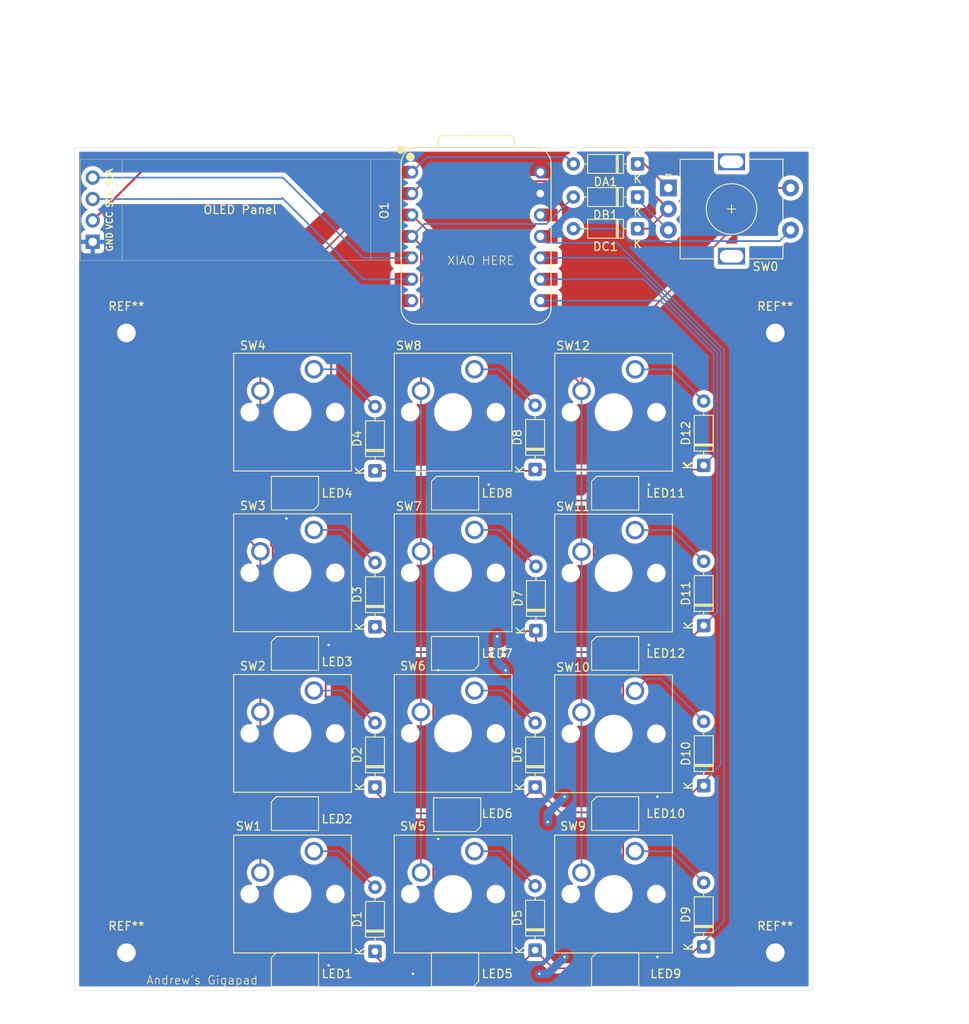
<source format=kicad_pcb>
(kicad_pcb (version 20241229) (generator "pcbnew") (generator_version "9.0")
  (layers (0 "F.Cu" signal) (2 "B.Cu" signal) (13 "F.Paste" user) (15 "B.Paste" user) (5 "F.SilkS" user "F.Silkscreen") (7 "B.SilkS" user "B.Silkscreen") (1 "F.Mask" user) (3 "B.Mask" user) (25 "Edge.Cuts" user))
  (net 0 "")
  (net 1 "GND")
  (net 2 "+5V")
  (net 3 "Net-(D1-K)")
  (net 4 "Net-(D1-A)")
  (net 5 "Net-(D2-A)")
  (net 6 "Net-(D3-A)")
  (net 7 "Net-(D4-A)")
  (net 9 "Net-(O1-Pin_3)")
  (net 10 "Net-(O1-Pin_4)")
  (net 12 "Net-(DA1-A)")
  (net 13 "Net-(D10-K)")
  (net 14 "Net-(D11-K)")
  (net 15 "Net-(D12-K)")
  (net 16 "Net-(D5-A)")
  (net 17 "Net-(D6-A)")
  (net 18 "Net-(D7-A)")
  (net 19 "Net-(D8-A)")
  (net 20 "Net-(D9-A)")
  (net 21 "Net-(D10-A)")
  (net 22 "Net-(D11-A)")
  (net 23 "Net-(D12-A)")
  (net 24 "Net-(DA1-K)")
  (net 25 "Net-(DB1-A)")
  (net 26 "Net-(DC1-K)")
  (net 27 "Net-(DB1-K)")
  (net 28 "Net-(DC1-A)")
  (net 29 "Net-(U1-GPIO28{slash}ADC2{slash}A2)")
  (net 30 "Net-(LED1-DIN)")
  (net 31 "Net-(LED1-DOUT)")
  (net 32 "Net-(LED5-DOUT)")
  (net 33 "Net-(LED6-DOUT)")
  (net 34 "Net-(LED7-DOUT)")
  (net 35 "Net-(LED10-DIN)")
  (net 36 "Net-(LED10-DOUT)")
  (net 37 "Net-(LED11-DIN)")
  (net 39 "Net-(LED11-DOUT)")
  (net 40 "Net-(LED2-DIN)")
  (net 41 "Net-(LED3-DIN)")
  (net 42 "Net-(LED4-DIN)")
  (footprint "Diode_THT:D_DO-35_SOD27_P7.62mm_Horizontal" (layer "F.Cu") (at 139.5 133.85 90)
    (property "Reference" "D6")
    (property "Value" "1N4148WT")
  )
  (footprint "Button_Switch_Keyboard:SW_Cherry_MX_1.00u_PCB" (layer "F.Cu") (at 132.3 84.31)
    (property "Reference" "SW8")
    (property "Value" "SW_Push" (hide yes))
  )
  (footprint "Diode_THT:D_DO-35_SOD27_P7.62mm_Horizontal" (layer "F.Cu") (at 159.5 133.7 90)
    (property "Reference" "D10")
    (property "Value" "1N4148WT")
  )
  (footprint "MountingHole:MountingHole_2.2mm_M2" (layer "F.Cu") (at 168 153.5)
    (property "Reference" "REF**")
    (property "Value" "MountingHole_2.2mm_M2")
  )
  (footprint "LED_SMD:LED_SK6812MINI_PLCC4_3.5x3.5mm_P1.75mm" (layer "F.Cu") (at 111 137 180)
    (property "Reference" "LED2")
    (property "Value" "SK6812MINI" (hide yes))
  )
  (footprint "LED_SMD:LED_SK6812MINI_PLCC4_3.5x3.5mm_P1.75mm" (layer "F.Cu") (at 149 155.5 180)
    (property "Reference" "LED9")
    (property "Value" "SK6812MINI" (hide yes))
  )
  (footprint "Rotary_Encoder:RotaryEncoder_Alps_EC11E-Switch_Vertical_H20mm" (layer "F.Cu") (at 155.31 62.8)
    (property "Reference" "SW0")
    (property "Value" "RotaryEncoder_Switch" (hide yes))
  )
  (footprint "Diode_THT:D_DO-35_SOD27_P7.62mm_Horizontal" (layer "F.Cu") (at 151.66 67.64 180)
    (property "Reference" "DC1")
    (property "Value" "1N4148WT" (hide yes))
  )
  (footprint "Diode_THT:D_DO-35_SOD27_P7.62mm_Horizontal" (layer "F.Cu") (at 159.5 114.7 90)
    (property "Reference" "D11")
    (property "Value" "1N4148WT")
  )
  (footprint "Diode_THT:D_DO-35_SOD27_P7.62mm_Horizontal" (layer "F.Cu") (at 151.66 63.88 180)
    (property "Reference" "DB1")
    (property "Value" "1N4148WT" (hide yes))
  )
  (footprint "LED_SMD:LED_SK6812MINI_PLCC4_3.5x3.5mm_P1.75mm" (layer "F.Cu") (at 130 99 180)
    (property "Reference" "LED8")
    (property "Value" "SK6812MINI" (hide yes))
  )
  (footprint "Diode_THT:D_DO-35_SOD27_P7.62mm_Horizontal" (layer "F.Cu") (at 159.5 152.8 90)
    (property "Reference" "D9")
    (property "Value" "1N4148WT")
  )
  (footprint "Diode_THT:D_DO-35_SOD27_P7.62mm_Horizontal" (layer "F.Cu") (at 139.5 153.2 90)
    (property "Reference" "D5")
    (property "Value" "1N4148WT")
  )
  (footprint "MountingHole:MountingHole_2.2mm_M2" (layer "F.Cu") (at 91 80)
    (property "Reference" "REF**")
    (property "Value" "MountingHole_2.2mm_M2")
  )
  (footprint "LED_SMD:LED_SK6812MINI_PLCC4_3.5x3.5mm_P1.75mm" (layer "F.Cu") (at 130 155.5)
    (property "Reference" "LED5")
    (property "Value" "SK6812MINI" (hide yes))
  )
  (footprint "Button_Switch_Keyboard:SW_Cherry_MX_1.00u_PCB" (layer "F.Cu") (at 113.25 84.31)
    (property "Reference" "SW4")
    (property "Value" "SW_Push" (hide yes))
  )
  (footprint "Diode_THT:D_DO-35_SOD27_P7.62mm_Horizontal" (layer "F.Cu") (at 139.6 115.3 90)
    (property "Reference" "D7")
    (property "Value" "1N4148WT")
  )
  (footprint "Button_Switch_Keyboard:SW_Cherry_MX_1.00u_PCB" (layer "F.Cu") (at 151.35 141.46)
    (property "Reference" "SW9")
    (property "Value" "SW_Push" (hide yes))
  )
  (footprint "Button_Switch_Keyboard:SW_Cherry_MX_1.00u_PCB" (layer "F.Cu") (at 113.25 122.41)
    (property "Reference" "SW2")
    (property "Value" "SW_Push" (hide yes))
  )
  (footprint "LED_SMD:LED_SK6812MINI_PLCC4_3.5x3.5mm_P1.75mm" (layer "F.Cu") (at 111 118 180)
    (property "Reference" "LED3")
    (property "Value" "SK6812MINI" (hide yes))
  )
  (footprint "LED_SMD:LED_SK6812MINI_PLCC4_3.5x3.5mm_P1.75mm" (layer "F.Cu") (at 149 118 180)
    (property "Reference" "LED12")
    (property "Value" "SK6812MINI" (hide yes))
  )
  (footprint "Diode_THT:D_DO-35_SOD27_P7.62mm_Horizontal" (layer "F.Cu") (at 159.5 95.7 90)
    (property "Reference" "D12")
    (property "Value" "1N4148WT")
  )
  (footprint "Diode_THT:D_DO-35_SOD27_P7.62mm_Horizontal" (layer "F.Cu") (at 120.5 96.35 90)
    (property "Reference" "D4")
    (property "Value" "1N4148WT")
  )
  (footprint "Button_Switch_Keyboard:SW_Cherry_MX_1.00u_PCB" (layer "F.Cu") (at 151.35 122.45)
    (property "Reference" "SW10")
    (property "Value" "SW_Push" (hide yes))
  )
  (footprint "Button_Switch_Keyboard:SW_Cherry_MX_1.00u_PCB" (layer "F.Cu") (at 151.36 84.32)
    (property "Reference" "SW12")
    (property "Value" "SW_Push" (hide yes))
  )
  (footprint "LED_SMD:LED_SK6812MINI_PLCC4_3.5x3.5mm_P1.75mm" (layer "F.Cu") (at 130 118)
    (property "Reference" "LED7")
    (property "Value" "SK6812MINI" (hide yes))
  )
  (footprint "Button_Switch_Keyboard:SW_Cherry_MX_1.00u_PCB" (layer "F.Cu") (at 113.25 141.46)
    (property "Reference" "SW1")
    (property "Value" "SW_Push" (hide yes))
  )
  (footprint "Diode_THT:D_DO-35_SOD27_P7.62mm_Horizontal" (layer "F.Cu") (at 120.5 114.85 90)
    (property "Reference" "D3")
    (property "Value" "1N4148WT")
  )
  (footprint "LED_SMD:LED_SK6812MINI_PLCC4_3.5x3.5mm_P1.75mm" (layer "F.Cu") (at 130.25 137.125)
    (property "Reference" "LED6")
    (property "Value" "SK6812MINI" (hide yes))
  )
  (footprint "KiCad-SSD1306-0.91-OLED-4pin-128x32.pretty-master:SSD1306-0.91-OLED-4pin-128x32" (layer "F.Cu") (at 123.5 71.385 180)
    (property "Reference" "O1")
    (property "Value" "OLED")
  )
  (footprint "LED_SMD:LED_SK6812MINI_PLCC4_3.5x3.5mm_P1.75mm" (layer "F.Cu") (at 111 99)
    (property "Reference" "LED4")
    (property "Value" "SK6812MINI" (hide yes))
  )
  (footprint "Diode_THT:D_DO-35_SOD27_P7.62mm_Horizontal" (layer "F.Cu") (at 120.5 133.85 90)
    (property "Reference" "D2")
    (property "Value" "1N4148WT")
  )
  (footprint "Diode_THT:D_DO-35_SOD27_P7.62mm_Horizontal" (layer "F.Cu") (at 139.5 96.2 90)
    (property "Reference" "D8")
    (property "Value" "1N4148WT")
  )
  (footprint "Diode_THT:D_DO-35_SOD27_P7.62mm_Horizontal" (layer "F.Cu") (at 120.5 153.35 90)
    (property "Reference" "D1")
    (property "Value" "1N4148WT")
  )
  (footprint "Button_Switch_Keyboard:SW_Cherry_MX_1.00u_PCB" (layer "F.Cu") (at 132.3 103.36)
    (property "Reference" "SW7")
    (property "Value" "SW_Push" (hide yes))
  )
  (footprint "LED_SMD:LED_SK6812MINI_PLCC4_3.5x3.5mm_P1.75mm" (layer "F.Cu") (at 111 155.5 180)
    (property "Reference" "LED1")
    (property "Value" "SK6812MINI" (hide yes))
  )
  (footprint "Button_Switch_Keyboard:SW_Cherry_MX_1.00u_PCB" (layer "F.Cu") (at 151.35 103.39)
    (property "Reference" "SW11")
    (property "Value" "SW_Push" (hide yes))
  )
  (footprint "Diode_THT:D_DO-35_SOD27_P7.62mm_Horizontal" (layer "F.Cu") (at 151.66 59.95 180)
    (property "Reference" "DA1")
    (property "Value" "1N4148WT" (hide yes))
  )
  (footprint "Seeed Studio XIAO Series Library:XIAO-RP2040-DIP" (layer "F.Cu") (at 132.5 68.5485)
    (property "Reference" "U1" (hide yes))
    (property "Value" "XIAO-RP2040-DIP")
  )
  (footprint "LED_SMD:LED_SK6812MINI_PLCC4_3.5x3.5mm_P1.75mm" (layer "F.Cu") (at 149 137 180)
    (property "Reference" "LED10")
    (property "Value" "SK6812MINI" (hide yes))
  )
  (footprint "MountingHole:MountingHole_2.2mm_M2" (layer "F.Cu") (at 168 80)
    (property "Reference" "REF**")
    (property "Value" "MountingHole_2.2mm_M2")
  )
  (footprint "Button_Switch_Keyboard:SW_Cherry_MX_1.00u_PCB" (layer "F.Cu") (at 132.3 122.41)
    (property "Reference" "SW6")
    (property "Value" "SW_Push" (hide yes))
  )
  (footprint "LED_SMD:LED_SK6812MINI_PLCC4_3.5x3.5mm_P1.75mm" (layer "F.Cu") (at 149 99 180)
    (property "Reference" "LED11")
    (property "Value" "SK6812MINI" (hide yes))
  )
  (footprint "Button_Switch_Keyboard:SW_Cherry_MX_1.00u_PCB" (layer "F.Cu") (at 113.25 103.36)
    (property "Reference" "SW3")
    (property "Value" "SW_Push" (hide yes))
  )
  (footprint "MountingHole:MountingHole_2.2mm_M2" (layer "F.Cu") (at 91 153.5)
    (property "Reference" "REF**")
    (property "Value" "MountingHole_2.2mm_M2")
  )
  (footprint "Button_Switch_Keyboard:SW_Cherry_MX_1.00u_PCB" (layer "F.Cu") (at 132.3 141.46)
    (property "Reference" "SW5")
    (property "Value" "SW_Push" (hide yes))
  )
  (gr_rect (start 84.89 58) (end 172.45 158) (stroke (width 0.05)) (fill no) (layer "Edge.Cuts"))
  (gr_text "Andrew's Gigapad" (at 93.3 157.34 0) (layer "F.SilkS") (effects (font (size 1 1) (thickness 0.1)) (justify left bottom)))
  (gr_text "XIAO HERE" (at 129 72 0) (layer "F.SilkS") (effects (font (size 1 1) (thickness 0.1)) (justify left bottom)))
  (gr_text "K" (at 157.6 95.7 90) (layer "F.SilkS") (effects (font (size 1 1))))
  (segment (start 113 137) (end 115 137) (width 0.2) (layer "F.Cu") (net 1))
  (segment (start 112.75 136.75) (end 113 137) (width 0.2) (layer "F.Cu") (net 1))
  (segment (start 125.375 156.375) (end 125 156) (width 0.2) (layer "F.Cu") (net 1))
  (segment (start 152.875 98.125) (end 153 98) (width 0.2) (layer "F.Cu") (net 1))
  (segment (start 128 120) (end 128.25 119.75) (width 0.2) (layer "F.Cu") (net 1))
  (segment (start 112.75 154.625) (end 114.625 154.625) (width 0.2) (layer "F.Cu") (net 1))
  (segment (start 152.875 117.125) (end 153 117) (width 0.2) (layer "F.Cu") (net 1))
  (segment (start 150.75 98.125) (end 152.875 98.125) (width 0.2) (layer "F.Cu") (net 1))
  (segment (start 114.875 117.125) (end 115 117) (width 0.2) (layer "F.Cu") (net 1))
  (segment (start 150.875 136.125) (end 151 136) (width 0.2) (layer "F.Cu") (net 1))
  (segment (start 150.75 154.625) (end 153.375 154.625) (width 0.2) (layer "F.Cu") (net 1))
  (segment (start 153.375 154.625) (end 154 154) (width 0.2) (layer "F.Cu") (net 1))
  (segment (start 150.75 117.125) (end 152.875 117.125) (width 0.2) (layer "F.Cu") (net 1))
  (segment (start 131.75 98.125) (end 133.875 98.125) (width 0.2) (layer "F.Cu") (net 1))
  (segment (start 109.25 99.875) (end 109.25 101.25) (width 0.2) (layer "F.Cu") (net 1))
  (segment (start 150.75 136.125) (end 150.875 136.125) (width 0.2) (layer "F.Cu") (net 1))
  (segment (start 153 136) (end 154 135) (width 0.2) (layer "F.Cu") (net 1))
  (segment (start 128.25 119.75) (end 128.25 118.875) (width 0.2) (layer "F.Cu") (net 1))
  (segment (start 128.25 156.375) (end 125.375 156.375) (width 0.2) (layer "F.Cu") (net 1))
  (segment (start 133.875 98.125) (end 134 98) (width 0.2) (layer "F.Cu") (net 1))
  (segment (start 151 136) (end 153 136) (width 0.2) (layer "F.Cu") (net 1))
  (segment (start 114.625 154.625) (end 115 155) (width 0.2) (layer "F.Cu") (net 1))
  (segment (start 109.25 101.25) (end 110 102) (width 0.2) (layer "F.Cu") (net 1))
  (segment (start 112.75 136.125) (end 112.75 136.75) (width 0.2) (layer "F.Cu") (net 1))
  (segment (start 115 137) (end 116 138) (width 0.2) (layer "F.Cu") (net 1))
  (segment (start 112.75 117.125) (end 114.875 117.125) (width 0.2) (layer "F.Cu") (net 1))
  (segment (start 128.5 138) (end 128 138) (width 0.2) (layer "F.Cu") (net 1))
  (segment (start 128 138) (end 128 140) (width 0.2) (layer "F.Cu") (net 1))
  (via (at 110 102) (size 0.6) (drill 0.3) (layers "F.Cu" "B.Cu") (net 1))
  (via (at 128 120) (size 0.6) (drill 0.3) (layers "F.Cu" "B.Cu") (net 1))
  (via (at 116 138) (size 0.6) (drill 0.3) (layers "F.Cu" "B.Cu") (net 1))
  (via (at 154 135) (size 0.6) (drill 0.3) (layers "F.Cu" "B.Cu") (net 1))
  (via (at 134 98) (size 0.6) (drill 0.3) (layers "F.Cu" "B.Cu") (net 1))
  (via (at 153 117) (size 0.6) (drill 0.3) (layers "F.Cu" "B.Cu") (net 1))
  (via (at 115 155) (size 0.6) (drill 0.3) (layers "F.Cu" "B.Cu") (net 1))
  (via (at 128 140) (size 0.6) (drill 0.3) (layers "F.Cu" "B.Cu") (net 1))
  (via (at 153 98) (size 0.6) (drill 0.3) (layers "F.Cu" "B.Cu") (net 1))
  (via (at 125 156) (size 0.6) (drill 0.3) (layers "F.Cu" "B.Cu") (net 1))
  (via (at 154 154) (size 0.6) (drill 0.3) (layers "F.Cu" "B.Cu") (net 1))
  (via (at 115 117) (size 0.6) (drill 0.3) (layers "F.Cu" "B.Cu") (net 1))
  (segment (start 144 134) (end 143 135) (width 1) (layer "F.Cu") (net 2))
  (segment (start 144 133) (end 144 134) (width 1) (layer "F.Cu") (net 2))
  (segment (start 87 66.655) (end 94.655 59) (width 0.254) (layer "F.Cu") (net 2))
  (segment (start 137 59) (end 138.9285 60.9285) (width 0.254) (layer "F.Cu") (net 2))
  (segment (start 135 115) (end 135 116) (width 1) (layer "F.Cu") (net 2))
  (segment (start 134 114) (end 135 115) (width 1) (layer "F.Cu") (net 2))
  (segment (start 144 153) (end 143 154) (width 1) (layer "F.Cu") (net 2))
  (segment (start 94.655 59) (end 137 59) (width 0.254) (layer "F.Cu") (net 2))
  (segment (start 138.9285 60.9285) (end 140.12 60.9285) (width 0.254) (layer "F.Cu") (net 2))
  (via (at 136 120) (size 0.6) (drill 0.3) (layers "F.Cu" "B.Cu") (net 2))
  (via (at 141 138) (size 0.6) (drill 0.3) (layers "F.Cu" "B.Cu") (net 2))
  (via (at 143 154) (size 0.6) (drill 0.3) (layers "F.Cu" "B.Cu") (net 2))
  (via (at 135 116) (size 0.6) (drill 0.3) (layers "F.Cu" "B.Cu") (net 2))
  (via (at 143 135) (size 0.6) (drill 0.3) (layers "F.Cu" "B.Cu") (net 2))
  (via (at 140 156) (size 0.6) (drill 0.3) (layers "F.Cu" "B.Cu") (net 2))
  (segment (start 143 154) (end 141 156) (width 1) (layer "B.Cu") (net 2))
  (segment (start 135 119) (end 136 120) (width 1) (layer "B.Cu") (net 2))
  (segment (start 141 156) (end 140 156) (width 1) (layer "B.Cu") (net 2))
  (segment (start 135 116) (end 135 119) (width 1) (layer "B.Cu") (net 2))
  (segment (start 141 137) (end 141 138) (width 1) (layer "B.Cu") (net 2))
  (segment (start 143 135) (end 141 137) (width 1) (layer "B.Cu") (net 2))
  (segment (start 141.651 155.351) (end 156.349 155.351) (width 0.2) (layer "F.Cu") (net 3))
  (segment (start 120.5 153.85) (end 122.001 155.351) (width 0.2) (layer "F.Cu") (net 3))
  (segment (start 120.5 153.35) (end 120.5 153.85) (width 0.2) (layer "F.Cu") (net 3))
  (segment (start 139.5 153.2) (end 141.651 155.351) (width 0.2) (layer "F.Cu") (net 3))
  (segment (start 158.9 152.8) (end 159.5 152.8) (width 0.2) (layer "F.Cu") (net 3))
  (segment (start 156.349 155.351) (end 158.9 152.8) (width 0.2) (layer "F.Cu") (net 3))
  (segment (start 137.349 155.351) (end 139.5 153.2) (width 0.2) (layer "F.Cu") (net 3))
  (segment (start 122.001 155.351) (end 137.349 155.351) (width 0.2) (layer "F.Cu") (net 3))
  (segment (start 161.904 82.004229) (end 149.21027 69.310499) (width 0.2) (layer "B.Cu") (net 3))
  (segment (start 159.5 152.8) (end 159.5 152.2) (width 0.2) (layer "B.Cu") (net 3))
  (segment (start 159.5 152.2) (end 161.904 149.796) (width 0.2) (layer "B.Cu") (net 3))
  (segment (start 161.904 149.796) (end 161.904 82.004229) (width 0.2) (layer "B.Cu") (net 3))
  (segment (start 149.21027 69.310499) (end 140.881999 69.310499) (width 0.2) (layer "B.Cu") (net 3))
  (segment (start 140.881999 69.310499) (end 140.12 68.5485) (width 0.2) (layer "B.Cu") (net 3))
  (segment (start 116.23 141.46) (end 120.5 145.73) (width 0.2) (layer "B.Cu") (net 4))
  (segment (start 113.25 141.46) (end 116.23 141.46) (width 0.2) (layer "B.Cu") (net 4))
  (segment (start 113.25 122.41) (end 116.68 122.41) (width 0.2) (layer "B.Cu") (net 5))
  (segment (start 116.68 122.41) (end 120.5 126.23) (width 0.2) (layer "B.Cu") (net 5))
  (segment (start 113.25 103.36) (end 116.63 103.36) (width 0.2) (layer "B.Cu") (net 6))
  (segment (start 116.63 103.36) (end 120.5 107.23) (width 0.2) (layer "B.Cu") (net 6))
  (segment (start 116.08 84.31) (end 120.5 88.73) (width 0.2) (layer "B.Cu") (net 7))
  (segment (start 113.25 84.31) (end 116.08 84.31) (width 0.2) (layer "B.Cu") (net 7))
  (segment (start 87 64.115) (end 109.385 64.115) (width 0.2) (layer "B.Cu") (net 9))
  (segment (start 109.385 64.115) (end 109.5 64) (width 0.2) (layer "B.Cu") (net 9))
  (segment (start 119.1285 73.6285) (end 124.88 73.6285) (width 0.2) (layer "B.Cu") (net 9))
  (segment (start 109.5 64) (end 119.1285 73.6285) (width 0.2) (layer "B.Cu") (net 9))
  (segment (start 109.575 61.575) (end 119.0885 71.0885) (width 0.2) (layer "B.Cu") (net 10))
  (segment (start 87 61.575) (end 109.575 61.575) (width 0.2) (layer "B.Cu") (net 10))
  (segment (start 119.0885 71.0885) (end 124.88 71.0885) (width 0.2) (layer "B.Cu") (net 10))
  (segment (start 106.9 90.1) (end 105.3 91.7) (width 0.2) (layer "F.Cu") (net 12))
  (segment (start 106.9 136.75) (end 105.3 138.35) (width 0.2) (layer "F.Cu") (net 12))
  (segment (start 106.9 113) (end 105.3 114.6) (width 0.2) (layer "F.Cu") (net 12))
  (segment (start 106.9 86.85) (end 106.9 77.83087) (width 0.2) (layer "F.Cu") (net 12))
  (segment (start 106.9 86.85) (end 106.9 90.1) (width 0.2) (layer "F.Cu") (net 12))
  (segment (start 105.3 114.6) (end 105.3 119.35) (width 0.2) (layer "F.Cu") (net 12))
  (segment (start 106.9 124.95) (end 106.9 136.75) (width 0.2) (layer "F.Cu") (net 12))
  (segment (start 123.80237 60.9285) (end 124.88 60.9285) (width 0.2) (layer "F.Cu") (net 12))
  (segment (start 106.9 120.95) (end 105.3 119.35) (width 0.2) (layer "F.Cu") (net 12))
  (segment (start 106.9 139.95) (end 105.3 138.35) (width 0.2) (layer "F.Cu") (net 12))
  (segment (start 106.9 124.95) (end 106.9 120.95) (width 0.2) (layer "F.Cu") (net 12))
  (segment (start 105.3 91.7) (end 105.3 104.3) (width 0.2) (layer "F.Cu") (net 12))
  (segment (start 106.9 77.83087) (end 123.80237 60.9285) (width 0.2) (layer "F.Cu") (net 12))
  (segment (start 105.3 104.3) (end 106.9 105.9) (width 0.2) (layer "F.Cu") (net 12))
  (segment (start 106.9 144) (end 106.9 139.95) (width 0.2) (layer "F.Cu") (net 12))
  (segment (start 106.9 105.9) (end 106.9 113) (width 0.2) (layer "F.Cu") (net 12))
  (segment (start 143.240001 59.150001) (end 144.04 59.95) (width 0.2) (layer "B.Cu") (net 12))
  (segment (start 124.88 60.9285) (end 126.658499 59.150001) (width 0.2) (layer "B.Cu") (net 12))
  (segment (start 126.658499 59.150001) (end 143.240001 59.150001) (width 0.2) (layer "B.Cu") (net 12))
  (segment (start 136.374 136.976) (end 139.5 133.85) (width 0.2) (layer "F.Cu") (net 13))
  (segment (start 120.5 134.35) (end 123.126 136.976) (width 0.2) (layer "F.Cu") (net 13))
  (segment (start 123.126 136.976) (end 136.374 136.976) (width 0.2) (layer "F.Cu") (net 13))
  (segment (start 142.501 136.851) (end 139.5 133.85) (width 0.2) (layer "F.Cu") (net 13))
  (segment (start 155.849 136.851) (end 159 133.7) (width 0.2) (layer "F.Cu") (net 13))
  (segment (start 159 133.7) (end 159.5 133.7) (width 0.2) (layer "F.Cu") (net 13))
  (segment (start 155.849 136.851) (end 142.501 136.851) (width 0.2) (layer "F.Cu") (net 13))
  (segment (start 120.5 133.85) (end 120.5 134.35) (width 0.2) (layer "F.Cu") (net 13))
  (segment (start 161.503 82.170329) (end 150.421171 71.0885) (width 0.2) (layer "B.Cu") (net 13))
  (segment (start 161.503 131.197) (end 161.503 82.170329) (width 0.2) (layer "B.Cu") (net 13))
  (segment (start 159.5 133.2) (end 159.5 133.7) (width 0.2) (layer "B.Cu") (net 13))
  (segment (start 150.421171 71.0885) (end 140.12 71.0885) (width 0.2) (layer "B.Cu") (net 13))
  (segment (start 161.503 131.197) (end 159.5 133.2) (width 0.2) (layer "B.Cu") (net 13))
  (segment (start 138.5 115.35) (end 135.999 117.851) (width 0.2) (layer "F.Cu") (net 14))
  (segment (start 141.001 117.851) (end 139.6 116.45) (width 0.2) (layer "F.Cu") (net 14))
  (segment (start 121 114.85) (end 120.5 114.85) (width 0.2) (layer "F.Cu") (net 14))
  (segment (start 124.001 117.851) (end 121 114.85) (width 0.2) (layer "F.Cu") (net 14))
  (segment (start 139.6 116.45) (end 139.6 115.3) (width 0.2) (layer "F.Cu") (net 14))
  (segment (start 135.999 117.851) (end 124.001 117.851) (width 0.2) (layer "F.Cu") (net 14))
  (segment (start 139.55 115.35) (end 138.5 115.35) (width 0.2) (layer "F.Cu") (net 14))
  (segment (start 156.349 117.851) (end 141.001 117.851) (width 0.2) (layer "F.Cu") (net 14))
  (segment (start 139.6 115.3) (end 139.55 115.35) (width 0.2) (layer "F.Cu") (net 14))
  (segment (start 159.5 114.7) (end 156.349 117.851) (width 0.2) (layer "F.Cu") (net 14))
  (segment (start 161.102 82.336429) (end 152.394071 73.6285) (width 0.2) (layer "B.Cu") (net 14))
  (segment (start 159.5 114.7) (end 161.102 113.098) (width 0.2) (layer "B.Cu") (net 14))
  (segment (start 161.102 113.098) (end 161.102 82.336429) (width 0.2) (layer "B.Cu") (net 14))
  (segment (start 152.394071 73.6285) (end 140.12 73.6285) (width 0.2) (layer "B.Cu") (net 14))
  (segment (start 139.35 96.35) (end 139.5 96.2) (width 0.2) (layer "F.Cu") (net 15))
  (segment (start 139.5 96.2) (end 159 96.2) (width 0.2) (layer "F.Cu") (net 15))
  (segment (start 159 96.2) (end 159.5 95.7) (width 0.2) (layer "F.Cu") (net 15))
  (segment (start 120.5 96.35) (end 139.35 96.35) (width 0.2) (layer "F.Cu") (net 15))
  (segment (start 154.366971 76.1685) (end 140.12 76.1685) (width 0.2) (layer "B.Cu") (net 15))
  (segment (start 160.701 94.499) (end 160.701 82.502529) (width 0.2) (layer "B.Cu") (net 15))
  (segment (start 159.5 95.7) (end 160.701 94.499) (width 0.2) (layer "B.Cu") (net 15))
  (segment (start 160.701 82.502529) (end 154.366971 76.1685) (width 0.2) (layer "B.Cu") (net 15))
  (segment (start 132.3 141.46) (end 135.38 141.46) (width 0.2) (layer "B.Cu") (net 16))
  (segment (start 135.38 141.46) (end 139.5 145.58) (width 0.2) (layer "B.Cu") (net 16))
  (segment (start 135.68 122.41) (end 139.5 126.23) (width 0.2) (layer "B.Cu") (net 17))
  (segment (start 132.3 122.41) (end 135.68 122.41) (width 0.2) (layer "B.Cu") (net 17))
  (segment (start 132.3 103.36) (end 135.28 103.36) (width 0.2) (layer "B.Cu") (net 18))
  (segment (start 135.28 103.36) (end 139.6 107.68) (width 0.2) (layer "B.Cu") (net 18))
  (segment (start 132.3 84.31) (end 135.23 84.31) (width 0.2) (layer "B.Cu") (net 19))
  (segment (start 135.23 84.31) (end 139.5 88.58) (width 0.2) (layer "B.Cu") (net 19))
  (segment (start 155.78 141.46) (end 159.5 145.18) (width 0.2) (layer "B.Cu") (net 20))
  (segment (start 151.35 141.46) (end 155.78 141.46) (width 0.2) (layer "B.Cu") (net 20))
  (segment (start 152.8 121) (end 153.5 121) (width 0.2) (layer "B.Cu") (net 21))
  (segment (start 154.42 121) (end 159.5 126.08) (width 0.2) (layer "B.Cu") (net 21))
  (segment (start 151.35 122.45) (end 152.8 121) (width 0.2) (layer "B.Cu") (net 21))
  (segment (start 153.5 121) (end 154.42 121) (width 0.2) (layer "B.Cu") (net 21))
  (segment (start 151.35 103.39) (end 155.81 103.39) (width 0.2) (layer "B.Cu") (net 22))
  (segment (start 155.81 103.39) (end 159.5 107.08) (width 0.2) (layer "B.Cu") (net 22))
  (segment (start 155.74 84.32) (end 159.5 88.08) (width 0.2) (layer "B.Cu") (net 23))
  (segment (start 151.36 84.32) (end 155.74 84.32) (width 0.2) (layer "B.Cu") (net 23))
  (segment (start 151.66 59.95) (end 152.46 59.95) (width 0.2) (layer "F.Cu") (net 24))
  (segment (start 152.46 59.95) (end 155.31 62.8) (width 0.2) (layer "F.Cu") (net 24))
  (segment (start 124.88 68.5485) (end 125.95 69.6185) (width 0.2) (layer "F.Cu") (net 25))
  (segment (start 125.95 69.6185) (end 125.95 86.85) (width 0.2) (layer "F.Cu") (net 25))
  (segment (start 125.95 105.9) (end 125.95 86.85) (width 0.2) (layer "B.Cu") (net 25))
  (segment (start 140.8485 67.0715) (end 126.357 67.0715) (width 0.2) (layer "B.Cu") (net 25))
  (segment (start 125.95 124.95) (end 125.95 105.9) (width 0.2) (layer "B.Cu") (net 25))
  (segment (start 126.357 67.0715) (end 124.88 68.5485) (width 0.2) (layer "B.Cu") (net 25))
  (segment (start 125.95 144) (end 125.95 124.95) (width 0.2) (layer "B.Cu") (net 25))
  (segment (start 144.04 63.88) (end 140.8485 67.0715) (width 0.2) (layer "B.Cu") (net 25))
  (segment (start 152.0015 61.9915) (end 155.31 65.3) (width 0.2) (layer "F.Cu") (net 26))
  (segment (start 126.357 61.9915) (end 152.0015 61.9915) (width 0.2) (layer "F.Cu") (net 26))
  (segment (start 152.97 67.64) (end 155.31 65.3) (width 0.2) (layer "F.Cu") (net 26))
  (segment (start 151.66 67.64) (end 152.97 67.64) (width 0.2) (layer "F.Cu") (net 26))
  (segment (start 124.88 63.4685) (end 126.357 61.9915) (width 0.2) (layer "F.Cu") (net 26))
  (segment (start 151.66 63.88) (end 151.66 64.15) (width 0.2) (layer "B.Cu") (net 27))
  (segment (start 151.66 64.15) (end 155.31 67.8) (width 0.2) (layer "B.Cu") (net 27))
  (segment (start 169.81 67.8) (end 168.509 69.101) (width 0.2) (layer "B.Cu") (net 28))
  (segment (start 150.689 69.101) (end 149.228 67.64) (width 0.2) (layer "B.Cu") (net 28))
  (segment (start 149.228 67.64) (end 144.04 67.64) (width 0.2) (layer "B.Cu") (net 28))
  (segment (start 168.509 69.101) (end 150.689 69.101) (width 0.2) (layer "B.Cu") (net 28))
  (segment (start 167.708 62.8) (end 145.01 85.498) (width 0.2) (layer "F.Cu") (net 29))
  (segment (start 145.01 86.1385) (end 145.01 86.86) (width 0.2) (layer "F.Cu") (net 29))
  (segment (start 145.01 85.498) (end 145.01 86.86) (width 0.2) (layer "F.Cu") (net 29))
  (segment (start 124.88 66.0085) (end 145.01 86.1385) (width 0.2) (layer "F.Cu") (net 29))
  (segment (start 169.81 62.8) (end 167.708 62.8) (width 0.2) (layer "F.Cu") (net 29))
  (segment (start 145 105.93) (end 145 124.99) (width 0.2) (layer "B.Cu") (net 29))
  (segment (start 145 86.87) (end 145.01 86.86) (width 0.2) (layer "B.Cu") (net 29))
  (segment (start 145 105.93) (end 145 86.87) (width 0.2) (layer "B.Cu") (net 29))
  (segment (start 145 124.99) (end 145 144) (width 0.2) (layer "B.Cu") (net 29))
  (segment (start 109.736184 141.238816) (end 113.061 144.563632) (width 0.2) (layer "F.Cu") (net 30))
  (segment (start 113.061 150.814) (end 109.25 154.625) (width 0.2) (layer "F.Cu") (net 30))
  (segment (start 113.061 144.563632) (end 113.061 150.814) (width 0.2) (layer "F.Cu") (net 30))
  (segment (start 112.75 138.225) (end 109.736184 141.238816) (width 0.2) (layer "F.Cu") (net 30))
  (segment (start 112.75 137.875) (end 112.75 138.225) (width 0.2) (layer "F.Cu") (net 30))
  (segment (start 112.75 156.375) (end 113.476 157.101) (width 0.2) (layer "F.Cu") (net 31))
  (segment (start 131.024 157.101) (end 131.75 156.375) (width 0.2) (layer "F.Cu") (net 31))
  (segment (start 113.476 157.101) (end 131.024 157.101) (width 0.2) (layer "F.Cu") (net 31))
  (segment (start 127.409 153.784) (end 127.409 142.591) (width 0.2) (layer "F.Cu") (net 32))
  (segment (start 131.6 138.35) (end 132.3 138.35) (width 0.2) (layer "F.Cu") (net 32))
  (segment (start 127.409 142.591) (end 132 138) (width 0.2) (layer "F.Cu") (net 32))
  (segment (start 128.25 154.625) (end 127.409 153.784) (width 0.2) (layer "F.Cu") (net 32))
  (segment (start 127.409 135.159) (end 128.5 136.25) (width 0.2) (layer "F.Cu") (net 33))
  (segment (start 127.409 123.216) (end 127.409 135.159) (width 0.2) (layer "F.Cu") (net 33))
  (segment (start 131.75 118.875) (end 127.409 123.216) (width 0.2) (layer "F.Cu") (net 33))
  (segment (start 127.409 102.543) (end 127.149 102.283) (width 0.2) (layer "F.Cu") (net 34))
  (segment (start 127.149 102.283) (end 127.149 99.226) (width 0.2) (layer "F.Cu") (net 34))
  (segment (start 128.25 117.125) (end 127.409 116.284) (width 0.2) (layer "F.Cu") (net 34))
  (segment (start 127.149 99.226) (end 128.25 98.125) (width 0.2) (layer "F.Cu") (net 34))
  (segment (start 127.409 116.284) (end 127.409 102.543) (width 0.2) (layer "F.Cu") (net 34))
  (segment (start 150.75 118.875) (end 149.949 119.676) (width 0.2) (layer "F.Cu") (net 35))
  (segment (start 151.161 132.214) (end 147.25 136.125) (width 0.2) (layer "F.Cu") (net 35))
  (segment (start 149.949 125.344184) (end 151.161 126.556184) (width 0.2) (layer "F.Cu") (net 35))
  (segment (start 149.949 119.676) (end 149.949 125.344184) (width 0.2) (layer "F.Cu") (net 35))
  (segment (start 151.161 126.556184) (end 151.161 132.214) (width 0.2) (layer "F.Cu") (net 35))
  (segment (start 149.949 138.676) (end 149.949 144.354184) (width 0.2) (layer "F.Cu") (net 36))
  (segment (start 149.949 144.354184) (end 151.161 145.566184) (width 0.2) (layer "F.Cu") (net 36))
  (segment (start 150.75 137.875) (end 149.949 138.676) (width 0.2) (layer "F.Cu") (net 36))
  (segment (start 151.161 145.566184) (end 151.161 150.714) (width 0.2) (layer "F.Cu") (net 36))
  (segment (start 151.161 150.714) (end 147.25 154.625) (width 0.2) (layer "F.Cu") (net 36))
  (segment (start 145.5 99.875) (end 147.25 98.125) (width 0.2) (layer "F.Cu") (net 37))
  (segment (start 131.75 99.875) (end 145.5 99.875) (width 0.2) (layer "F.Cu") (net 37))
  (segment (start 146.459 116.334) (end 146.459 104.166) (width 0.2) (layer "F.Cu") (net 39))
  (segment (start 147.25 117.125) (end 146.459 116.334) (width 0.2) (layer "F.Cu") (net 39))
  (segment (start 146.459 104.166) (end 150.75 99.875) (width 0.2) (layer "F.Cu") (net 39))
  (segment (start 114.651 120.776) (end 114.651 126.93053) (width 0.2) (layer "F.Cu") (net 40))
  (segment (start 114.651 126.93053) (end 109.25 132.33153) (width 0.2) (layer "F.Cu") (net 40))
  (segment (start 112.75 118.875) (end 114.651 120.776) (width 0.2) (layer "F.Cu") (net 40))
  (segment (start 109.25 132.33153) (end 109.25 136.125) (width 0.2) (layer "F.Cu") (net 40))
  (segment (start 108.149 99.226) (end 108.149 105.167686) (width 0.2) (layer "F.Cu") (net 41))
  (segment (start 108.149 105.167686) (end 108.359 105.377686) (width 0.2) (layer "F.Cu") (net 41))
  (segment (start 109.25 98.125) (end 108.149 99.226) (width 0.2) (layer "F.Cu") (net 41))
  (segment (start 108.359 116.234) (end 109.25 117.125) (width 0.2) (layer "F.Cu") (net 41))
  (segment (start 108.359 105.377686) (end 108.359 116.234) (width 0.2) (layer "F.Cu") (net 41))
  (segment (start 119.515 76.1685) (end 115.29253 80.39097) (width 0.2) (layer "F.Cu") (net 42))
  (segment (start 115.29253 88.189) (end 111.649 91.83253) (width 0.2) (layer "F.Cu") (net 42))
  (segment (start 115.29253 80.39097) (end 115.29253 88.189) (width 0.2) (layer "F.Cu") (net 42))
  (segment (start 124.88 76.1685) (end 119.515 76.1685) (width 0.2) (layer "F.Cu") (net 42))
  (segment (start 111.649 91.83253) (end 111.649 98.774) (width 0.2) (layer "F.Cu") (net 42))
  (segment (start 111.649 98.774) (end 112.75 99.875) (width 0.2) (layer "F.Cu") (net 42))
  (zone (net 2) (net_name "+5V") (layer "F.Cu") (priority 1) (connect_pads (clearance 0.5)) (min_thickness 0.25) (fill yes (thermal_gap 0.5) (thermal_bridge_width 0.5) (island_removal_mode 1) (island_area_min 10))
    (polygon (pts (xy 127 54) (xy 101.5 77.5) (xy 101 94) (xy 102.5 159) (xy 163.5 158) (xy 163.5 75.5) (xy 163.5 68.5) (xy 163 57) (xy 123.410727 40.512511) (xy 116.940727 42.512511)))
  )
  (zone (net 1) (net_name "GND") (layer "B.Cu") (connect_pads (clearance 0.5)) (min_thickness 0.25) (fill yes (thermal_gap 0.5) (thermal_bridge_width 0.5))
    (polygon (pts (xy 76 53) (xy 78 162) (xy 190 159) (xy 191 53)))
  )
)
</source>
